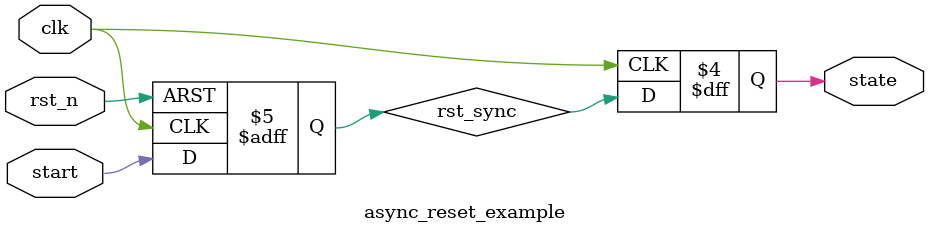
<source format=v>
module async_reset_example (
    input  wire clk,
    input  wire rst_n,
    input  wire start,
    output reg  state
);
    reg rst_sync;

    always @(negedge rst_n or posedge clk) begin
        if (!rst_n) begin
            rst_sync <= 1'b0;
        end else begin
            rst_sync <= start;
        end
    end

    always @(posedge clk) begin
        state <= rst_sync;
    end
endmodule

</source>
